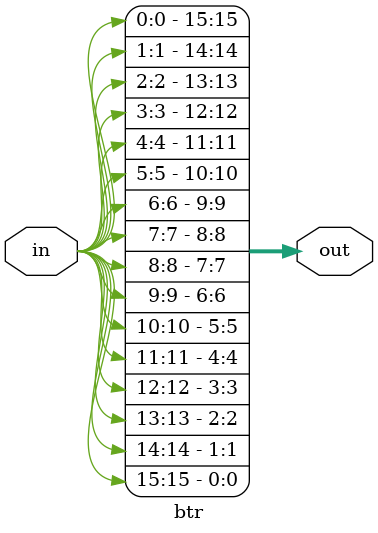
<source format=v>
/*
   CS/ECE 552 Spring '22
  
   Filename        : btr.v
   Description     : This is the module to perform BTR Rd, Rs
*/

`default_nettype none
module btr(in, out);
	input wire [15:0] in;
	output wire [15:0] out;

	assign out[0] = in[15];
	assign out[1] = in[14];
	assign out[2] = in[13];
	assign out[3] = in[12];
	assign out[4] = in[11];
	assign out[5] = in[10];
	assign out[6] = in[9];
	assign out[7] = in[8];
	assign out[8] = in[7];
	assign out[9] = in[6];
	assign out[10] = in[5];
	assign out[11] = in[4];
	assign out[12] = in[3];
	assign out[13] = in[2];
	assign out[14] = in[1];
	assign out[15] = in[0];

endmodule
`default_nettype wire
</source>
